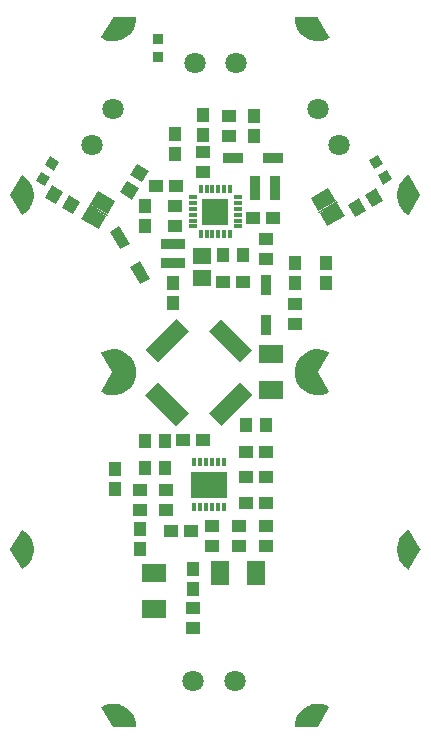
<source format=gbr>
G04 EAGLE Gerber RS-274X export*
G75*
%MOMM*%
%FSLAX34Y34*%
%LPD*%
%INSoldermask Top*%
%IPPOS*%
%AMOC8*
5,1,8,0,0,1.08239X$1,22.5*%
G01*
%ADD10C,1.101600*%
%ADD11R,0.351600X0.701600*%
%ADD12R,3.101600X2.235200*%
%ADD13R,0.341600X0.701600*%
%ADD14R,0.701600X0.341600*%
%ADD15R,2.260600X2.260600*%
%ADD16C,1.801600*%
%ADD17R,1.201600X1.101600*%
%ADD18R,2.101600X1.601600*%
%ADD19R,1.101600X1.201600*%
%ADD20R,1.601600X2.101600*%
%ADD21R,3.701600X1.501600*%
%ADD22R,0.901600X1.701600*%
%ADD23R,0.901600X0.901600*%
%ADD24R,1.601600X1.401600*%
%ADD25R,1.701600X0.901600*%
%ADD26R,2.101600X0.951600*%
%ADD27R,0.951600X2.101600*%
%ADD28R,1.270000X1.701800*%
%ADD29R,0.152400X1.828800*%
%ADD30R,0.901600X0.901600*%

G36*
X417569Y475645D02*
X417569Y475645D01*
X417616Y475643D01*
X420654Y476008D01*
X420686Y476019D01*
X420732Y476024D01*
X423672Y476872D01*
X423702Y476888D01*
X423748Y476900D01*
X426514Y478209D01*
X426536Y478226D01*
X426563Y478236D01*
X426615Y478285D01*
X426673Y478328D01*
X426687Y478353D01*
X426708Y478372D01*
X426737Y478438D01*
X426773Y478500D01*
X426776Y478528D01*
X426788Y478554D01*
X426789Y478626D01*
X426798Y478697D01*
X426790Y478724D01*
X426791Y478753D01*
X426755Y478848D01*
X426744Y478888D01*
X426737Y478897D01*
X426733Y478909D01*
X417376Y495160D01*
X426733Y511411D01*
X426742Y511438D01*
X426758Y511462D01*
X426773Y511532D01*
X426796Y511600D01*
X426793Y511628D01*
X426799Y511656D01*
X426786Y511727D01*
X426780Y511798D01*
X426767Y511823D01*
X426761Y511851D01*
X426721Y511911D01*
X426688Y511974D01*
X426666Y511992D01*
X426650Y512016D01*
X426567Y512074D01*
X426535Y512101D01*
X426524Y512104D01*
X426514Y512111D01*
X423748Y513420D01*
X423715Y513428D01*
X423672Y513448D01*
X420732Y514296D01*
X420698Y514299D01*
X420654Y514312D01*
X417616Y514677D01*
X417582Y514674D01*
X417535Y514680D01*
X414478Y514553D01*
X414445Y514545D01*
X414398Y514544D01*
X411401Y513928D01*
X411370Y513915D01*
X411324Y513906D01*
X408464Y512817D01*
X408436Y512799D01*
X408392Y512783D01*
X405744Y511249D01*
X405718Y511227D01*
X405678Y511204D01*
X403310Y509266D01*
X403288Y509239D01*
X403252Y509210D01*
X401225Y506917D01*
X401209Y506888D01*
X401177Y506853D01*
X399545Y504265D01*
X399533Y504233D01*
X399508Y504194D01*
X398312Y501377D01*
X398305Y501344D01*
X398302Y501337D01*
X398298Y501331D01*
X398297Y501325D01*
X398286Y501301D01*
X397558Y498329D01*
X397556Y498295D01*
X397545Y498250D01*
X397302Y495200D01*
X397306Y495171D01*
X397301Y495143D01*
X397303Y495133D01*
X397302Y495120D01*
X397545Y492070D01*
X397554Y492038D01*
X397558Y491991D01*
X398286Y489019D01*
X398301Y488988D01*
X398312Y488943D01*
X399508Y486126D01*
X399527Y486098D01*
X399545Y486055D01*
X401177Y483467D01*
X401201Y483443D01*
X401225Y483403D01*
X403252Y481110D01*
X403279Y481090D01*
X403310Y481054D01*
X405678Y479116D01*
X405708Y479100D01*
X405744Y479071D01*
X408392Y477538D01*
X408424Y477527D01*
X408464Y477503D01*
X411324Y476415D01*
X411357Y476409D01*
X411401Y476392D01*
X414398Y475776D01*
X414432Y475776D01*
X414478Y475767D01*
X417535Y475640D01*
X417569Y475645D01*
G37*
G36*
X245922Y475767D02*
X245922Y475767D01*
X245955Y475775D01*
X246002Y475776D01*
X248999Y476392D01*
X249030Y476405D01*
X249076Y476415D01*
X251936Y477503D01*
X251965Y477521D01*
X252008Y477538D01*
X254656Y479071D01*
X254682Y479093D01*
X254723Y479116D01*
X257090Y481054D01*
X257112Y481081D01*
X257148Y481110D01*
X259175Y483403D01*
X259192Y483432D01*
X259223Y483467D01*
X260855Y486055D01*
X260867Y486087D01*
X260892Y486126D01*
X262088Y488943D01*
X262095Y488976D01*
X262114Y489019D01*
X262842Y491991D01*
X262844Y492025D01*
X262855Y492070D01*
X263098Y495120D01*
X263094Y495149D01*
X263099Y495177D01*
X263097Y495187D01*
X263098Y495200D01*
X262855Y498250D01*
X262846Y498282D01*
X262842Y498329D01*
X262114Y501301D01*
X262099Y501332D01*
X262088Y501377D01*
X260892Y504194D01*
X260873Y504222D01*
X260855Y504265D01*
X259223Y506853D01*
X259199Y506877D01*
X259175Y506917D01*
X257148Y509210D01*
X257121Y509230D01*
X257090Y509266D01*
X254723Y511204D01*
X254692Y511220D01*
X254656Y511249D01*
X252008Y512783D01*
X251976Y512793D01*
X251936Y512817D01*
X249076Y513906D01*
X249043Y513911D01*
X248999Y513928D01*
X246002Y514544D01*
X245968Y514544D01*
X245922Y514553D01*
X242865Y514680D01*
X242831Y514675D01*
X242784Y514677D01*
X239746Y514312D01*
X239714Y514301D01*
X239668Y514296D01*
X236728Y513448D01*
X236698Y513432D01*
X236653Y513420D01*
X233887Y512111D01*
X233864Y512094D01*
X233837Y512084D01*
X233785Y512035D01*
X233727Y511992D01*
X233713Y511967D01*
X233692Y511948D01*
X233663Y511882D01*
X233627Y511820D01*
X233624Y511792D01*
X233612Y511766D01*
X233611Y511694D01*
X233602Y511623D01*
X233610Y511596D01*
X233610Y511567D01*
X233645Y511472D01*
X233656Y511432D01*
X233663Y511423D01*
X233667Y511411D01*
X243024Y495160D01*
X233667Y478909D01*
X233658Y478882D01*
X233642Y478858D01*
X233627Y478788D01*
X233604Y478720D01*
X233607Y478692D01*
X233601Y478664D01*
X233615Y478594D01*
X233620Y478522D01*
X233633Y478497D01*
X233639Y478469D01*
X233679Y478409D01*
X233712Y478346D01*
X233734Y478328D01*
X233750Y478304D01*
X233833Y478246D01*
X233865Y478219D01*
X233876Y478216D01*
X233887Y478209D01*
X236653Y476900D01*
X236686Y476892D01*
X236728Y476872D01*
X239668Y476024D01*
X239702Y476021D01*
X239746Y476008D01*
X242784Y475643D01*
X242818Y475646D01*
X242865Y475640D01*
X245922Y475767D01*
G37*
G36*
X417594Y775648D02*
X417594Y775648D01*
X417640Y775646D01*
X420684Y776015D01*
X420717Y776026D01*
X420763Y776031D01*
X423708Y776884D01*
X423738Y776900D01*
X423783Y776913D01*
X426553Y778227D01*
X426577Y778245D01*
X426604Y778255D01*
X426656Y778304D01*
X426713Y778347D01*
X426727Y778372D01*
X426748Y778392D01*
X426777Y778457D01*
X426812Y778519D01*
X426816Y778547D01*
X426828Y778574D01*
X426828Y778645D01*
X426837Y778716D01*
X426829Y778744D01*
X426830Y778773D01*
X426795Y778866D01*
X426783Y778907D01*
X426776Y778916D01*
X426771Y778929D01*
X417232Y795406D01*
X417181Y795463D01*
X417136Y795525D01*
X417116Y795537D01*
X417100Y795555D01*
X417031Y795588D01*
X416965Y795627D01*
X416939Y795631D01*
X416921Y795640D01*
X416876Y795642D01*
X416801Y795655D01*
X397761Y795678D01*
X397733Y795672D01*
X397704Y795674D01*
X397636Y795652D01*
X397566Y795638D01*
X397542Y795622D01*
X397515Y795613D01*
X397461Y795566D01*
X397402Y795526D01*
X397387Y795502D01*
X397365Y795483D01*
X397333Y795418D01*
X397295Y795358D01*
X397290Y795330D01*
X397277Y795304D01*
X397269Y795204D01*
X397262Y795162D01*
X397264Y795152D01*
X397263Y795138D01*
X397510Y792082D01*
X397519Y792049D01*
X397523Y792003D01*
X398256Y789026D01*
X398271Y788995D01*
X398282Y788949D01*
X399484Y786129D01*
X399503Y786101D01*
X399521Y786057D01*
X401160Y783466D01*
X401183Y783441D01*
X401208Y783402D01*
X403241Y781107D01*
X403268Y781086D01*
X403299Y781051D01*
X405674Y779112D01*
X405704Y779096D01*
X405740Y779066D01*
X408396Y777533D01*
X408428Y777522D01*
X408468Y777499D01*
X411335Y776411D01*
X411369Y776406D01*
X411413Y776389D01*
X414417Y775776D01*
X414451Y775776D01*
X414497Y775766D01*
X417560Y775642D01*
X417594Y775648D01*
G37*
G36*
X245904Y775766D02*
X245904Y775766D01*
X245936Y775774D01*
X245983Y775776D01*
X248988Y776389D01*
X249019Y776402D01*
X249065Y776411D01*
X251932Y777499D01*
X251960Y777517D01*
X252004Y777533D01*
X254660Y779066D01*
X254685Y779089D01*
X254726Y779112D01*
X257101Y781051D01*
X257122Y781077D01*
X257159Y781107D01*
X259192Y783402D01*
X259209Y783431D01*
X259240Y783466D01*
X260879Y786057D01*
X260891Y786089D01*
X260916Y786129D01*
X262118Y788949D01*
X262125Y788983D01*
X262144Y789026D01*
X262877Y792003D01*
X262879Y792037D01*
X262890Y792082D01*
X263137Y795138D01*
X263134Y795167D01*
X263138Y795195D01*
X263122Y795265D01*
X263113Y795336D01*
X263099Y795361D01*
X263092Y795389D01*
X263050Y795446D01*
X263014Y795508D01*
X262991Y795526D01*
X262974Y795549D01*
X262913Y795585D01*
X262856Y795628D01*
X262828Y795635D01*
X262803Y795650D01*
X262704Y795667D01*
X262663Y795677D01*
X262652Y795675D01*
X262639Y795678D01*
X243599Y795655D01*
X243524Y795639D01*
X243448Y795631D01*
X243427Y795620D01*
X243405Y795615D01*
X243341Y795571D01*
X243274Y795534D01*
X243258Y795514D01*
X243241Y795502D01*
X243217Y795465D01*
X243168Y795406D01*
X233629Y778929D01*
X233619Y778901D01*
X233603Y778877D01*
X233588Y778808D01*
X233565Y778740D01*
X233567Y778711D01*
X233561Y778683D01*
X233575Y778613D01*
X233580Y778542D01*
X233594Y778516D01*
X233599Y778488D01*
X233639Y778428D01*
X233672Y778365D01*
X233694Y778347D01*
X233710Y778323D01*
X233792Y778265D01*
X233825Y778238D01*
X233835Y778235D01*
X233847Y778227D01*
X236617Y776913D01*
X236650Y776905D01*
X236692Y776884D01*
X239637Y776031D01*
X239671Y776029D01*
X239716Y776015D01*
X242760Y775646D01*
X242793Y775648D01*
X242840Y775642D01*
X245904Y775766D01*
G37*
G36*
X493927Y628171D02*
X493927Y628171D01*
X493998Y628171D01*
X494025Y628182D01*
X494054Y628185D01*
X494116Y628220D01*
X494181Y628248D01*
X494202Y628268D01*
X494227Y628283D01*
X494290Y628360D01*
X494320Y628390D01*
X494324Y628400D01*
X494333Y628411D01*
X503833Y644911D01*
X503843Y644943D01*
X503852Y644956D01*
X503856Y644980D01*
X503857Y644984D01*
X503888Y645054D01*
X503888Y645078D01*
X503896Y645100D01*
X503890Y645176D01*
X503891Y645253D01*
X503881Y645277D01*
X503880Y645298D01*
X503859Y645337D01*
X503833Y645409D01*
X494333Y661909D01*
X494314Y661931D01*
X494301Y661957D01*
X494248Y662005D01*
X494201Y662058D01*
X494175Y662071D01*
X494154Y662090D01*
X494086Y662113D01*
X494022Y662144D01*
X493993Y662146D01*
X493966Y662155D01*
X493894Y662150D01*
X493823Y662153D01*
X493796Y662143D01*
X493767Y662141D01*
X493677Y662099D01*
X493637Y662084D01*
X493629Y662077D01*
X493616Y662071D01*
X491093Y660329D01*
X491069Y660305D01*
X491031Y660278D01*
X488819Y658154D01*
X488800Y658126D01*
X488766Y658094D01*
X486924Y655643D01*
X486910Y655612D01*
X486881Y655575D01*
X485456Y652860D01*
X485447Y652829D01*
X485431Y652804D01*
X485430Y652796D01*
X485425Y652786D01*
X484454Y649878D01*
X484450Y649844D01*
X484435Y649800D01*
X483943Y646773D01*
X483944Y646739D01*
X483936Y646693D01*
X483936Y643627D01*
X483937Y643623D01*
X483937Y643621D01*
X483943Y643594D01*
X483943Y643547D01*
X484435Y640520D01*
X484447Y640489D01*
X484454Y640442D01*
X485425Y637534D01*
X485442Y637505D01*
X485456Y637460D01*
X486881Y634745D01*
X486903Y634719D01*
X486924Y634677D01*
X488766Y632226D01*
X488791Y632203D01*
X488819Y632166D01*
X491031Y630042D01*
X491059Y630024D01*
X491093Y629991D01*
X493616Y628249D01*
X493643Y628238D01*
X493665Y628219D01*
X493734Y628199D01*
X493799Y628171D01*
X493828Y628171D01*
X493856Y628163D01*
X493927Y628171D01*
G37*
G36*
X493927Y328171D02*
X493927Y328171D01*
X493998Y328171D01*
X494025Y328182D01*
X494054Y328185D01*
X494116Y328220D01*
X494181Y328248D01*
X494202Y328268D01*
X494227Y328283D01*
X494290Y328360D01*
X494320Y328390D01*
X494324Y328400D01*
X494333Y328411D01*
X503833Y344911D01*
X503843Y344943D01*
X503852Y344956D01*
X503856Y344980D01*
X503857Y344984D01*
X503888Y345054D01*
X503888Y345078D01*
X503896Y345100D01*
X503890Y345176D01*
X503891Y345253D01*
X503881Y345277D01*
X503880Y345298D01*
X503859Y345337D01*
X503833Y345409D01*
X494333Y361909D01*
X494314Y361931D01*
X494301Y361957D01*
X494248Y362005D01*
X494201Y362058D01*
X494175Y362071D01*
X494154Y362090D01*
X494086Y362113D01*
X494022Y362144D01*
X493993Y362146D01*
X493966Y362155D01*
X493894Y362150D01*
X493823Y362153D01*
X493796Y362143D01*
X493767Y362141D01*
X493677Y362099D01*
X493637Y362084D01*
X493629Y362077D01*
X493616Y362071D01*
X491093Y360329D01*
X491069Y360305D01*
X491031Y360278D01*
X488819Y358154D01*
X488800Y358126D01*
X488766Y358094D01*
X486924Y355643D01*
X486910Y355612D01*
X486881Y355575D01*
X485456Y352860D01*
X485447Y352829D01*
X485431Y352804D01*
X485430Y352796D01*
X485425Y352786D01*
X484454Y349878D01*
X484450Y349844D01*
X484435Y349800D01*
X483943Y346773D01*
X483944Y346739D01*
X483936Y346693D01*
X483936Y343627D01*
X483937Y343623D01*
X483937Y343621D01*
X483943Y343594D01*
X483943Y343547D01*
X484435Y340520D01*
X484447Y340489D01*
X484454Y340442D01*
X485425Y337534D01*
X485442Y337505D01*
X485456Y337460D01*
X486881Y334745D01*
X486903Y334719D01*
X486924Y334677D01*
X488766Y332226D01*
X488791Y332203D01*
X488819Y332166D01*
X491031Y330042D01*
X491059Y330024D01*
X491093Y329991D01*
X493616Y328249D01*
X493643Y328238D01*
X493665Y328219D01*
X493734Y328199D01*
X493799Y328171D01*
X493828Y328171D01*
X493856Y328163D01*
X493927Y328171D01*
G37*
G36*
X166506Y628170D02*
X166506Y628170D01*
X166577Y628167D01*
X166604Y628177D01*
X166633Y628179D01*
X166723Y628221D01*
X166763Y628236D01*
X166771Y628243D01*
X166784Y628249D01*
X169307Y629991D01*
X169331Y630015D01*
X169369Y630042D01*
X171581Y632166D01*
X171600Y632194D01*
X171634Y632226D01*
X173476Y634677D01*
X173490Y634708D01*
X173519Y634745D01*
X174944Y637460D01*
X174953Y637493D01*
X174975Y637534D01*
X175946Y640442D01*
X175950Y640476D01*
X175965Y640520D01*
X176457Y643547D01*
X176456Y643581D01*
X176464Y643627D01*
X176464Y646693D01*
X176457Y646726D01*
X176457Y646773D01*
X175965Y649800D01*
X175953Y649831D01*
X175946Y649878D01*
X174975Y652786D01*
X174962Y652809D01*
X174956Y652834D01*
X174949Y652843D01*
X174944Y652860D01*
X173519Y655575D01*
X173497Y655601D01*
X173476Y655643D01*
X171634Y658094D01*
X171609Y658117D01*
X171581Y658154D01*
X169369Y660278D01*
X169341Y660296D01*
X169307Y660329D01*
X166784Y662071D01*
X166757Y662082D01*
X166735Y662101D01*
X166666Y662121D01*
X166601Y662149D01*
X166572Y662149D01*
X166544Y662157D01*
X166473Y662149D01*
X166402Y662150D01*
X166375Y662138D01*
X166346Y662135D01*
X166284Y662100D01*
X166219Y662072D01*
X166198Y662052D01*
X166173Y662037D01*
X166110Y661960D01*
X166080Y661930D01*
X166076Y661920D01*
X166067Y661909D01*
X156567Y645409D01*
X156543Y645336D01*
X156512Y645266D01*
X156512Y645242D01*
X156504Y645220D01*
X156511Y645144D01*
X156510Y645067D01*
X156519Y645043D01*
X156520Y645022D01*
X156541Y644983D01*
X156560Y644931D01*
X156561Y644925D01*
X156563Y644923D01*
X156567Y644911D01*
X166067Y628411D01*
X166086Y628389D01*
X166099Y628363D01*
X166152Y628315D01*
X166199Y628262D01*
X166225Y628249D01*
X166247Y628230D01*
X166314Y628207D01*
X166378Y628176D01*
X166407Y628175D01*
X166434Y628165D01*
X166506Y628170D01*
G37*
G36*
X166506Y328170D02*
X166506Y328170D01*
X166577Y328167D01*
X166604Y328177D01*
X166633Y328179D01*
X166723Y328221D01*
X166763Y328236D01*
X166771Y328243D01*
X166784Y328249D01*
X169307Y329991D01*
X169331Y330015D01*
X169369Y330042D01*
X171581Y332166D01*
X171600Y332194D01*
X171634Y332226D01*
X173476Y334677D01*
X173490Y334708D01*
X173519Y334745D01*
X174944Y337460D01*
X174953Y337493D01*
X174975Y337534D01*
X175946Y340442D01*
X175950Y340476D01*
X175965Y340520D01*
X176457Y343547D01*
X176456Y343581D01*
X176464Y343627D01*
X176464Y346693D01*
X176457Y346726D01*
X176457Y346773D01*
X175965Y349800D01*
X175953Y349831D01*
X175946Y349878D01*
X174975Y352786D01*
X174962Y352809D01*
X174956Y352834D01*
X174949Y352843D01*
X174944Y352860D01*
X173519Y355575D01*
X173497Y355601D01*
X173476Y355643D01*
X171634Y358094D01*
X171609Y358117D01*
X171581Y358154D01*
X169369Y360278D01*
X169341Y360296D01*
X169307Y360329D01*
X166784Y362071D01*
X166757Y362082D01*
X166735Y362101D01*
X166666Y362121D01*
X166601Y362149D01*
X166572Y362149D01*
X166544Y362157D01*
X166473Y362149D01*
X166402Y362150D01*
X166375Y362138D01*
X166346Y362135D01*
X166284Y362100D01*
X166219Y362072D01*
X166198Y362052D01*
X166173Y362037D01*
X166110Y361960D01*
X166080Y361930D01*
X166076Y361920D01*
X166067Y361909D01*
X156567Y345409D01*
X156543Y345336D01*
X156512Y345266D01*
X156512Y345242D01*
X156504Y345220D01*
X156511Y345144D01*
X156510Y345067D01*
X156519Y345043D01*
X156520Y345022D01*
X156541Y344983D01*
X156560Y344931D01*
X156561Y344925D01*
X156563Y344923D01*
X156567Y344911D01*
X166067Y328411D01*
X166086Y328389D01*
X166099Y328363D01*
X166152Y328315D01*
X166199Y328262D01*
X166225Y328249D01*
X166247Y328230D01*
X166314Y328207D01*
X166378Y328176D01*
X166407Y328175D01*
X166434Y328165D01*
X166506Y328170D01*
G37*
G36*
X416876Y194676D02*
X416876Y194676D01*
X416954Y194685D01*
X416973Y194696D01*
X416995Y194700D01*
X417059Y194744D01*
X417127Y194783D01*
X417143Y194802D01*
X417159Y194813D01*
X417183Y194851D01*
X417233Y194911D01*
X426733Y211411D01*
X426742Y211438D01*
X426758Y211462D01*
X426773Y211532D01*
X426796Y211600D01*
X426793Y211628D01*
X426799Y211656D01*
X426786Y211727D01*
X426780Y211798D01*
X426767Y211823D01*
X426761Y211851D01*
X426721Y211911D01*
X426688Y211974D01*
X426666Y211992D01*
X426650Y212016D01*
X426567Y212074D01*
X426535Y212101D01*
X426524Y212104D01*
X426514Y212111D01*
X423748Y213420D01*
X423715Y213428D01*
X423672Y213448D01*
X420732Y214296D01*
X420698Y214299D01*
X420654Y214312D01*
X417616Y214677D01*
X417582Y214674D01*
X417535Y214680D01*
X414478Y214553D01*
X414445Y214545D01*
X414398Y214544D01*
X411401Y213928D01*
X411370Y213915D01*
X411324Y213906D01*
X408464Y212817D01*
X408436Y212799D01*
X408392Y212783D01*
X405744Y211249D01*
X405718Y211227D01*
X405678Y211204D01*
X403310Y209266D01*
X403288Y209239D01*
X403252Y209210D01*
X401225Y206917D01*
X401209Y206888D01*
X401177Y206853D01*
X399545Y204265D01*
X399533Y204233D01*
X399508Y204194D01*
X398312Y201377D01*
X398305Y201344D01*
X398302Y201337D01*
X398298Y201331D01*
X398297Y201325D01*
X398286Y201301D01*
X397558Y198329D01*
X397556Y198295D01*
X397545Y198250D01*
X397302Y195200D01*
X397306Y195171D01*
X397301Y195143D01*
X397318Y195074D01*
X397326Y195002D01*
X397341Y194978D01*
X397347Y194950D01*
X397390Y194892D01*
X397426Y194830D01*
X397448Y194813D01*
X397465Y194790D01*
X397527Y194753D01*
X397584Y194710D01*
X397612Y194703D01*
X397636Y194688D01*
X397736Y194672D01*
X397777Y194661D01*
X397787Y194663D01*
X397800Y194661D01*
X416800Y194661D01*
X416876Y194676D01*
G37*
G36*
X262628Y194666D02*
X262628Y194666D01*
X262656Y194664D01*
X262724Y194686D01*
X262795Y194700D01*
X262818Y194716D01*
X262845Y194725D01*
X262900Y194772D01*
X262959Y194813D01*
X262974Y194837D01*
X262996Y194855D01*
X263027Y194920D01*
X263066Y194980D01*
X263071Y195008D01*
X263083Y195034D01*
X263092Y195135D01*
X263099Y195177D01*
X263097Y195187D01*
X263098Y195200D01*
X262855Y198250D01*
X262846Y198282D01*
X262842Y198329D01*
X262114Y201301D01*
X262099Y201332D01*
X262088Y201377D01*
X260892Y204194D01*
X260873Y204222D01*
X260855Y204265D01*
X259223Y206853D01*
X259199Y206877D01*
X259175Y206917D01*
X257148Y209210D01*
X257121Y209230D01*
X257090Y209266D01*
X254723Y211204D01*
X254692Y211220D01*
X254656Y211249D01*
X252008Y212783D01*
X251976Y212793D01*
X251936Y212817D01*
X249076Y213906D01*
X249043Y213911D01*
X248999Y213928D01*
X246002Y214544D01*
X245968Y214544D01*
X245922Y214553D01*
X242865Y214680D01*
X242831Y214675D01*
X242784Y214677D01*
X239746Y214312D01*
X239714Y214301D01*
X239668Y214296D01*
X236728Y213448D01*
X236698Y213432D01*
X236653Y213420D01*
X233887Y212111D01*
X233864Y212094D01*
X233837Y212084D01*
X233785Y212035D01*
X233727Y211992D01*
X233713Y211967D01*
X233692Y211948D01*
X233663Y211882D01*
X233627Y211820D01*
X233624Y211792D01*
X233612Y211766D01*
X233611Y211694D01*
X233602Y211623D01*
X233610Y211596D01*
X233610Y211567D01*
X233645Y211472D01*
X233656Y211432D01*
X233663Y211423D01*
X233667Y211411D01*
X243167Y194911D01*
X243219Y194853D01*
X243265Y194790D01*
X243284Y194779D01*
X243299Y194762D01*
X243369Y194728D01*
X243436Y194688D01*
X243461Y194684D01*
X243478Y194676D01*
X243523Y194674D01*
X243600Y194661D01*
X262600Y194661D01*
X262628Y194666D01*
G37*
D10*
X495400Y645160D03*
X407720Y494440D03*
X252680Y494440D03*
X165000Y645160D03*
X495400Y345160D03*
X412800Y202060D03*
X247600Y202060D03*
X165000Y345160D03*
X412800Y788227D03*
X247600Y788227D03*
D11*
X312420Y381100D03*
X317420Y381100D03*
X322420Y381100D03*
X327420Y381100D03*
X332420Y381100D03*
X337420Y381100D03*
X337420Y419100D03*
X332420Y419100D03*
X327420Y419100D03*
X322420Y419100D03*
X317420Y419100D03*
X312420Y419100D03*
D12*
X324920Y400100D03*
D13*
X317700Y612190D03*
X322700Y612190D03*
X327700Y612190D03*
X332700Y612190D03*
X337700Y612190D03*
X342700Y612190D03*
D14*
X349200Y618690D03*
X349200Y623690D03*
X349200Y628690D03*
X349200Y633690D03*
X349200Y638690D03*
X349200Y643690D03*
D13*
X342700Y650190D03*
X337700Y650190D03*
X332700Y650190D03*
X327700Y650190D03*
X322700Y650190D03*
X317700Y650190D03*
D14*
X311200Y643690D03*
X311200Y638690D03*
X311200Y633690D03*
X311200Y628690D03*
X311200Y623690D03*
X311200Y618690D03*
D15*
X330200Y631190D03*
D16*
X346430Y233410D03*
X311430Y233410D03*
X225796Y687925D03*
X243296Y718235D03*
X417104Y718235D03*
X434604Y687925D03*
X312700Y757190D03*
X347700Y757190D03*
D17*
X311150Y278520D03*
X311150Y295520D03*
D18*
X278130Y294880D03*
X278130Y324880D03*
D19*
X311150Y311540D03*
X311150Y328540D03*
D20*
X334250Y325120D03*
X364250Y325120D03*
D17*
X309490Y360680D03*
X292490Y360680D03*
X373380Y348370D03*
X373380Y365370D03*
X350520Y365370D03*
X350520Y348370D03*
X327660Y348370D03*
X327660Y365370D03*
X355990Y384810D03*
X372990Y384810D03*
D21*
G36*
X281582Y486826D02*
X307756Y460652D01*
X297138Y450034D01*
X270964Y476208D01*
X281582Y486826D01*
G37*
G36*
X361496Y476208D02*
X335322Y450034D01*
X324704Y460652D01*
X350878Y486826D01*
X361496Y476208D01*
G37*
G36*
X335322Y540566D02*
X361496Y514392D01*
X350878Y503774D01*
X324704Y529948D01*
X335322Y540566D01*
G37*
G36*
X307756Y529948D02*
X281582Y503774D01*
X270964Y514392D01*
X297138Y540566D01*
X307756Y529948D01*
G37*
D17*
X319650Y438150D03*
X302650Y438150D03*
X355990Y406400D03*
X372990Y406400D03*
D19*
X355990Y450850D03*
X372990Y450850D03*
X287900Y414020D03*
X270900Y414020D03*
D17*
X288290Y378850D03*
X288290Y395850D03*
X372990Y427990D03*
X355990Y427990D03*
D19*
X270900Y436880D03*
X287900Y436880D03*
D17*
X266700Y378850D03*
X266700Y395850D03*
D19*
X266700Y362830D03*
X266700Y345830D03*
X245110Y413630D03*
X245110Y396630D03*
D18*
X377190Y480300D03*
X377190Y510300D03*
D17*
X353940Y571500D03*
X336940Y571500D03*
D22*
X373380Y535450D03*
X373380Y569450D03*
D19*
X424180Y587620D03*
X424180Y570620D03*
D17*
X397510Y553330D03*
X397510Y536330D03*
D19*
X397510Y570620D03*
X397510Y587620D03*
D23*
X281940Y762120D03*
X281940Y777120D03*
D19*
X336940Y594360D03*
X353940Y594360D03*
D24*
X318770Y593700D03*
X318770Y574700D03*
D19*
X294640Y571110D03*
X294640Y554110D03*
D25*
G36*
X265961Y589260D02*
X274468Y574524D01*
X266659Y570016D01*
X258152Y584752D01*
X265961Y589260D01*
G37*
G36*
X248961Y618704D02*
X257468Y603968D01*
X249659Y599460D01*
X241152Y614196D01*
X248961Y618704D01*
G37*
D17*
X362340Y626110D03*
X379340Y626110D03*
X373380Y607940D03*
X373380Y590940D03*
D26*
X294640Y603880D03*
X294640Y587380D03*
D19*
X295910Y679840D03*
X295910Y696840D03*
D17*
X296790Y652780D03*
X279790Y652780D03*
D27*
X380360Y651510D03*
X363860Y651510D03*
D25*
X344950Y676910D03*
X378950Y676910D03*
D17*
X320040Y664600D03*
X320040Y681600D03*
X341630Y695080D03*
X341630Y712080D03*
D19*
X363220Y712080D03*
X363220Y695080D03*
G36*
X257913Y662185D02*
X263421Y671725D01*
X273827Y665717D01*
X268319Y656177D01*
X257913Y662185D01*
G37*
G36*
X249413Y647463D02*
X254921Y657003D01*
X265327Y650995D01*
X259819Y641455D01*
X249413Y647463D01*
G37*
X320040Y696350D03*
X320040Y713350D03*
D17*
X295910Y618880D03*
X295910Y635880D03*
D19*
X270510Y635880D03*
X270510Y618880D03*
D28*
G36*
X224406Y637815D02*
X230756Y648812D01*
X245494Y640303D01*
X239144Y629306D01*
X224406Y637815D01*
G37*
G36*
X216786Y624617D02*
X223136Y635614D01*
X237874Y627105D01*
X231524Y616108D01*
X216786Y624617D01*
G37*
D29*
G36*
X222841Y636372D02*
X223603Y637691D01*
X239439Y628548D01*
X238677Y627229D01*
X222841Y636372D01*
G37*
D19*
G36*
X206255Y645057D02*
X215795Y639549D01*
X209787Y629143D01*
X200247Y634651D01*
X206255Y645057D01*
G37*
G36*
X191533Y653557D02*
X201073Y648049D01*
X195065Y637643D01*
X185525Y643151D01*
X191533Y653557D01*
G37*
D30*
G36*
X182560Y665143D02*
X190368Y660635D01*
X185860Y652827D01*
X178052Y657335D01*
X182560Y665143D01*
G37*
G36*
X190060Y678133D02*
X197868Y673625D01*
X193360Y665817D01*
X185552Y670325D01*
X190060Y678133D01*
G37*
D28*
G36*
X433454Y638154D02*
X439804Y627157D01*
X425066Y618648D01*
X418716Y629645D01*
X433454Y638154D01*
G37*
G36*
X425834Y651352D02*
X432184Y640355D01*
X417446Y631846D01*
X411096Y642843D01*
X425834Y651352D01*
G37*
D29*
G36*
X432987Y640231D02*
X433749Y638912D01*
X417913Y629769D01*
X417151Y631088D01*
X432987Y640231D01*
G37*
D19*
G36*
X457613Y632111D02*
X448073Y626603D01*
X442065Y637009D01*
X451605Y642517D01*
X457613Y632111D01*
G37*
G36*
X472335Y640611D02*
X462795Y635103D01*
X456787Y645509D01*
X466327Y651017D01*
X472335Y640611D01*
G37*
D30*
G36*
X467492Y661905D02*
X475300Y666413D01*
X479808Y658605D01*
X472000Y654097D01*
X467492Y661905D01*
G37*
G36*
X459992Y674895D02*
X467800Y679403D01*
X472308Y671595D01*
X464500Y667087D01*
X459992Y674895D01*
G37*
M02*

</source>
